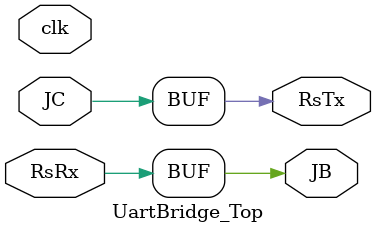
<source format=v>
`timescale 1ns / 1ps


module UartBridge_Top (
    input  wire clk,   // Main clock input
    input  wire RsRx,  // UART receive input
    output wire RsTx,  // UART transmit output
    output wire JB,
    input  wire JC
);

    localparam integer SystemClockFreqency = 100_000_000;  // system clock 10 ns
    localparam integer BaudRate = 115200;  // adjust to you baud rate
    localparam integer SamplingRate = 16;  // even value expect 2++

    // Bridge to pass through UART signals
    assign JB = RsRx;     // Pass received data to JB
    assign RsTx = JC;     // Pass JC input to transmitter

endmodule

</source>
